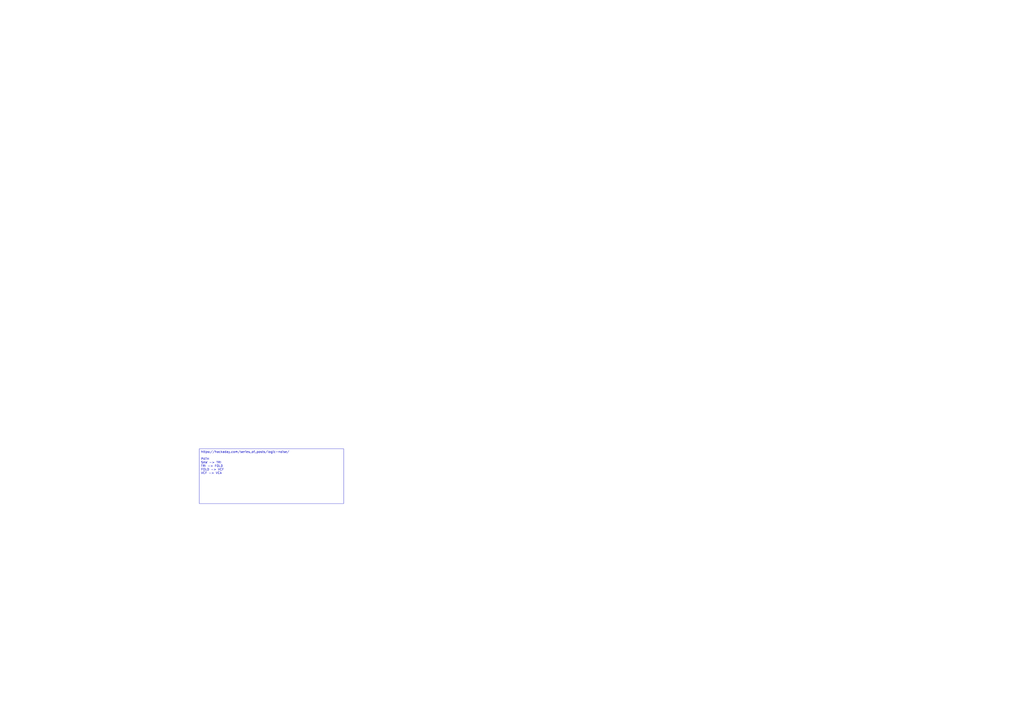
<source format=kicad_sch>
(kicad_sch
	(version 20231120)
	(generator "eeschema")
	(generator_version "8.0")
	(uuid "30e74ae0-94e8-4c9d-a59f-7abd61c2f617")
	(paper "A2")
	(title_block
		(title "Audio Thing Template")
		(rev "1.0")
		(company "velvia-fifty")
		(comment 1 "https://github.com/velvia-fifty/AudioThings")
		(comment 2 "You should have changed this already :)")
		(comment 4 "Stay humble")
	)
	(lib_symbols)
	(text_box "https://hackaday.com/series_of_posts/logic-noise/\n\nPATH\nSAW -> TRI\nTRI -> FOLD\nFOLD -> VCF\nVCF -> VCA\n"
		(exclude_from_sim no)
		(at 115.57 260.35 0)
		(size 83.82 31.75)
		(stroke
			(width 0)
			(type default)
		)
		(fill
			(type none)
		)
		(effects
			(font
				(size 1.27 1.27)
			)
			(justify left top)
		)
		(uuid "9a5ad022-5849-4913-9b23-adab30304f22")
	)
)

</source>
